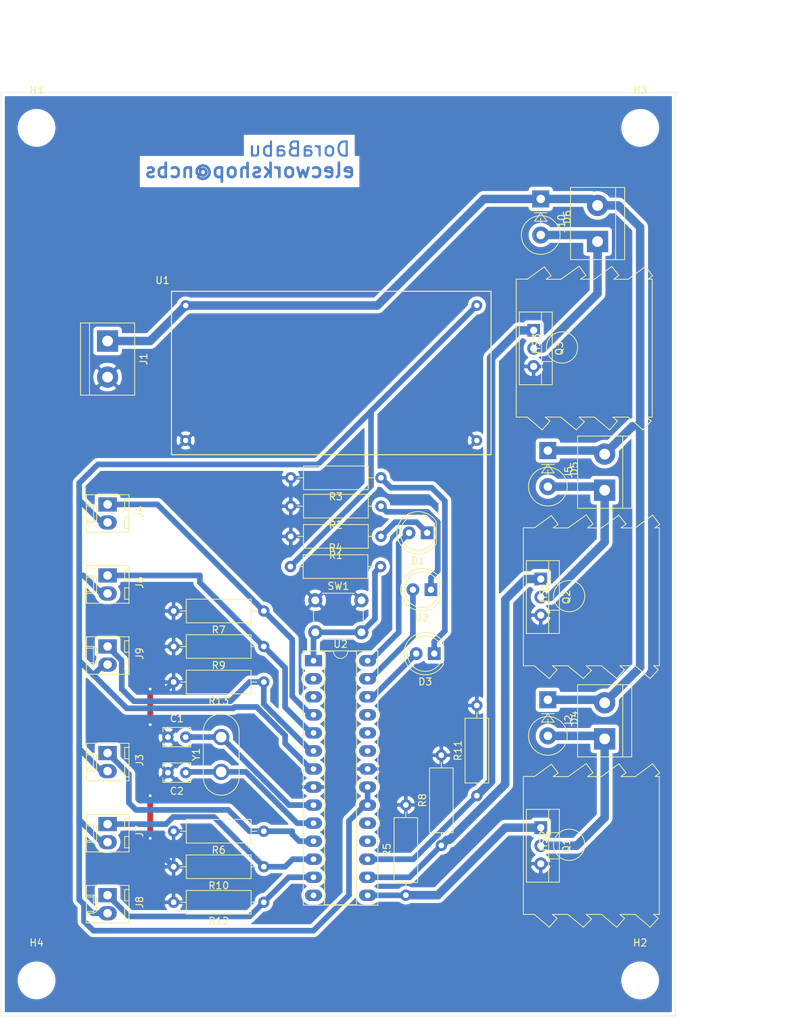
<source format=kicad_pcb>
(kicad_pcb (version 20171130) (host pcbnew "(5.1.2)-2")
  (title_block (title Dooriterlock) (date 2019-07-29) (company "NCBS, Bangalore") (comment 1 Upasana))
  (layers (0 F.Cu signal) (31 B.Cu signal) (34 B.Paste user) (35 F.Paste user) (36 B.SilkS user) (37 F.SilkS user) (38 B.Mask user) (39 F.Mask user) (44 Edge.Cuts user))
  (net 0 "")
  (net 1 GND)
  (net 2 CRYSTAL1)
  (net 3 CRYSTAL2)
  (net 4 OUTPUTLED1)
  (net 5 "Net-(D1-Pad1)")
  (net 6 OUTPUTLED2)
  (net 7 "Net-(D2-Pad1)")
  (net 8 "Net-(D3-Pad1)")
  (net 9 OUTPUTLED3)
  (net 10 12V)
  (net 11 5V)
  (net 12 DIGITALPIN5)
  (net 13 DIGITALPIN2)
  (net 14 DIGITALPIN3)
  (net 15 DIGITALPIN6)
  (net 16 DIGITALPIN7)
  (net 17 DIGITALPIN4)
  (net 18 DIGITALPIN9)
  (net 19 RESET)
  (net 20 DIGITALPIN10)
  (net 21 DIGITALPIN11)
  (net 22 "Net-(U2-Pad14)")
  (net 23 "Net-(U2-Pad25)")
  (net 24 "Net-(U2-Pad24)")
  (net 25 "Net-(U2-Pad23)")
  (net 26 "Net-(U2-Pad19)")
  (net 27 "Net-(U2-Pad18)")
  (net 28 "Net-(U2-Pad3)")
  (net 29 "Net-(U2-Pad2)")
  (net 30 "Net-(D4-Pad2)")
  (net 31 "Net-(D5-Pad2)")
  (net 32 "Net-(D6-Pad2)")
  (module Diodes_ThroughHole:D_DO-27_P5.08mm_Vertical_KathodeUp (layer F.Cu) (at 136 45 270)
    (fp_text reference D6 (at 2.54 -3.725 90) (layer F.SilkS))
    (fp_text value 1N5400)
    (pad 1 thru_hole rect (at 0 0 270) (size 2.4 2.4) (drill 1.2) (layers *.Cu *.Mask) (net 10 12V))
    (pad 2 thru_hole oval (at 5.08 0 270) (size 2.4 2.4) (drill 1.2) (layers *.Cu *.Mask) (net 32 "Net-(D6-Pad2)"))
  )
  (module Diodes_ThroughHole:D_DO-27_P5.08mm_Vertical_KathodeUp (layer F.Cu) (at 137 80.42 270)
    (fp_text reference D5 (at 2.54 -3.725 90) (layer F.SilkS))
    (fp_text value 1N5400)
    (pad 1 thru_hole rect (at 0 0 270) (size 2.4 2.4) (drill 1.2) (layers *.Cu *.Mask) (net 10 12V))
    (pad 2 thru_hole oval (at 5.08 0 270) (size 2.4 2.4) (drill 1.2) (layers *.Cu *.Mask) (net 31 "Net-(D5-Pad2)"))
  )
  (module Diodes_ThroughHole:D_DO-27_P5.08mm_Vertical_KathodeUp (layer F.Cu) (at 137 115.5 270)
    (fp_text reference D4 (at 2.54 -3.725 90) (layer F.SilkS))
    (fp_text value 1N5400)
    (pad 1 thru_hole rect (at 0 0 270) (size 2.4 2.4) (drill 1.2) (layers *.Cu *.Mask) (net 10 12V))
    (pad 2 thru_hole oval (at 5.08 0 270) (size 2.4 2.4) (drill 1.2) (layers *.Cu *.Mask) (net 30 "Net-(D4-Pad2)"))
  )
  (module Mounting_Holes:MountingHole_4.3mm_M4 (layer F.Cu) (at 65 35)
    (fp_text reference H1 (at 0 -5.3) (layer F.SilkS))
    (fp_text value MountingHole)
    (pad 1 np_thru_hole circle (at 0 0) (size 4.3 4.3) (drill 4.3) (layers *.Cu *.Mask))
  )
  (module LEDs:LED_D5.0mm (layer F.Cu) (at 120 92 180)
    (fp_text reference D1 (at 1.27 -3.96) (layer F.SilkS))
    (fp_text value LED)
    (pad 1 thru_hole rect (at 0 0 180) (size 1.8 1.8) (drill 0.9) (layers *.Cu *.Mask) (net 5 "Net-(D1-Pad1)"))
    (pad 2 thru_hole circle (at 2.54 0 180) (size 1.8 1.8) (drill 0.9) (layers *.Cu *.Mask) (net 4 OUTPUTLED1))
  )
  (module LEDs:LED_D5.0mm (layer F.Cu) (at 120.54 100 180)
    (fp_text reference D2 (at 1.27 -3.96) (layer F.SilkS))
    (fp_text value LED)
    (pad 1 thru_hole rect (at 0 0 180) (size 1.8 1.8) (drill 0.9) (layers *.Cu *.Mask) (net 7 "Net-(D2-Pad1)"))
    (pad 2 thru_hole circle (at 2.54 0 180) (size 1.8 1.8) (drill 0.9) (layers *.Cu *.Mask) (net 6 OUTPUTLED2))
  )
  (module LEDs:LED_D5.0mm (layer F.Cu) (at 121 109 180)
    (fp_text reference D3 (at 1.27 -3.96) (layer F.SilkS))
    (fp_text value LED)
    (pad 1 thru_hole rect (at 0 0 180) (size 1.8 1.8) (drill 0.9) (layers *.Cu *.Mask) (net 8 "Net-(D3-Pad1)"))
    (pad 2 thru_hole circle (at 2.54 0 180) (size 1.8 1.8) (drill 0.9) (layers *.Cu *.Mask) (net 9 OUTPUTLED3))
  )
  (module Terminal_Blocks:TerminalBlock_bornier-2_P5.08mm (layer F.Cu) (at 75 65 270)
    (fp_text reference J1 (at 2.54 -5.08 90) (layer F.SilkS))
    (fp_text value Conn_01x02_Male)
    (pad 1 thru_hole rect (at 0 0 270) (size 3 3) (drill 1.52) (layers *.Cu *.Mask) (net 10 12V))
    (pad 2 thru_hole circle (at 5.08 0 270) (size 3 3) (drill 1.52) (layers *.Cu *.Mask) (net 1 GND))
  )
  (module Terminal_Blocks:TerminalBlock_bornier-2_P5.08mm (layer F.Cu) (at 145 121 90)
    (fp_text reference J2 (at 2.54 -5.08 90) (layer F.SilkS))
    (fp_text value Conn_01x02_Male)
    (pad 1 thru_hole rect (at 0 0 90) (size 3 3) (drill 1.52) (layers *.Cu *.Mask) (net 30 "Net-(D4-Pad2)"))
    (pad 2 thru_hole circle (at 5.08 0 90) (size 3 3) (drill 1.52) (layers *.Cu *.Mask) (net 10 12V))
  )
  (module Connectors_Molex:Molex_KK-6410-02_02x2.54mm_Straight (layer F.Cu) (at 75 123 270)
    (fp_text reference J3 (at 1 -4.5 90) (layer F.SilkS))
    (fp_text value Conn_01x02_Male)
    (pad 1 thru_hole rect (at 0 0 270) (size 2 2.6) (drill 1.2) (layers *.Cu *.Mask) (net 12 DIGITALPIN5))
    (pad 2 thru_hole oval (at 2.54 0 270) (size 2 2.6) (drill 1.2) (layers *.Cu *.Mask) (net 11 5V))
  )
  (module Connectors_Molex:Molex_KK-6410-02_02x2.54mm_Straight (layer F.Cu) (at 75 88 270)
    (fp_text reference J4 (at 1 -4.5 90) (layer F.SilkS))
    (fp_text value Conn_01x02_Male)
    (pad 1 thru_hole rect (at 0 0 270) (size 2 2.6) (drill 1.2) (layers *.Cu *.Mask) (net 13 DIGITALPIN2))
    (pad 2 thru_hole oval (at 2.54 0 270) (size 2 2.6) (drill 1.2) (layers *.Cu *.Mask) (net 11 5V))
  )
  (module Terminal_Blocks:TerminalBlock_bornier-2_P5.08mm (layer F.Cu) (at 145 86 90)
    (fp_text reference J5 (at 2.54 -5.08 90) (layer F.SilkS))
    (fp_text value Conn_01x02_Male)
    (pad 1 thru_hole rect (at 0 0 90) (size 3 3) (drill 1.52) (layers *.Cu *.Mask) (net 31 "Net-(D5-Pad2)"))
    (pad 2 thru_hole circle (at 5.08 0 90) (size 3 3) (drill 1.52) (layers *.Cu *.Mask) (net 10 12V))
  )
  (module Connectors_Molex:Molex_KK-6410-02_02x2.54mm_Straight (layer F.Cu) (at 75 98 270)
    (fp_text reference J6 (at 1 -4.5 90) (layer F.SilkS))
    (fp_text value Conn_01x02_Male)
    (pad 1 thru_hole rect (at 0 0 270) (size 2 2.6) (drill 1.2) (layers *.Cu *.Mask) (net 14 DIGITALPIN3))
    (pad 2 thru_hole oval (at 2.54 0 270) (size 2 2.6) (drill 1.2) (layers *.Cu *.Mask) (net 11 5V))
  )
  (module Connectors_Molex:Molex_KK-6410-02_02x2.54mm_Straight (layer F.Cu) (at 75 133 270)
    (fp_text reference J7 (at 1 -4.5 90) (layer F.SilkS))
    (fp_text value Conn_01x02_Male)
    (pad 1 thru_hole rect (at 0 0 270) (size 2 2.6) (drill 1.2) (layers *.Cu *.Mask) (net 15 DIGITALPIN6))
    (pad 2 thru_hole oval (at 2.54 0 270) (size 2 2.6) (drill 1.2) (layers *.Cu *.Mask) (net 11 5V))
  )
  (module Connectors_Molex:Molex_KK-6410-02_02x2.54mm_Straight (layer F.Cu) (at 75 143 270)
    (fp_text reference J8 (at 1 -4.5 90) (layer F.SilkS))
    (fp_text value Conn_01x02_Male)
    (pad 1 thru_hole rect (at 0 0 270) (size 2 2.6) (drill 1.2) (layers *.Cu *.Mask) (net 16 DIGITALPIN7))
    (pad 2 thru_hole oval (at 2.54 0 270) (size 2 2.6) (drill 1.2) (layers *.Cu *.Mask) (net 11 5V))
  )
  (module Connectors_Molex:Molex_KK-6410-02_02x2.54mm_Straight (layer F.Cu) (at 75 108 270)
    (fp_text reference J9 (at 1 -4.5 90) (layer F.SilkS))
    (fp_text value Conn_01x02_Male)
    (pad 1 thru_hole rect (at 0 0 270) (size 2 2.6) (drill 1.2) (layers *.Cu *.Mask) (net 17 DIGITALPIN4))
    (pad 2 thru_hole oval (at 2.54 0 270) (size 2 2.6) (drill 1.2) (layers *.Cu *.Mask) (net 11 5V))
  )
  (module TO_SOT_Packages_THT:TO-220-3_Vertical (layer F.Cu) (at 136 133.5 270)
    (fp_text reference Q1 (at 2.54 -3.62 90) (layer F.SilkS))
    (fp_text value IRF540N)
    (pad 1 thru_hole rect (at 0 0 270) (size 1.8 1.8) (drill 1) (layers *.Cu *.Mask) (net 18 DIGITALPIN9))
    (pad 2 thru_hole oval (at 2.54 0 270) (size 1.8 1.8) (drill 1) (layers *.Cu *.Mask) (net 30 "Net-(D4-Pad2)"))
    (pad 3 thru_hole oval (at 5.08 0 270) (size 1.8 1.8) (drill 1) (layers *.Cu *.Mask) (net 1 GND))
  )
  (module Resistors_ThroughHole:R_Axial_DIN0309_L9.0mm_D3.2mm_P12.70mm_Horizontal (layer F.Cu) (at 113.5 92.5 180)
    (fp_text reference R1 (at 6.35 -2.66) (layer F.SilkS))
    (fp_text value 1K)
    (pad 1 thru_hole circle (at 0 0 180) (size 1.6 1.6) (drill 0.8) (layers *.Cu *.Mask) (net 5 "Net-(D1-Pad1)"))
    (pad 2 thru_hole oval (at 12.7 0 180) (size 1.6 1.6) (drill 0.8) (layers *.Cu *.Mask) (net 1 GND))
  )
  (module Resistors_ThroughHole:R_Axial_DIN0309_L9.0mm_D3.2mm_P12.70mm_Horizontal (layer F.Cu) (at 113.5 88.25 180)
    (fp_text reference R2 (at 6.35 -2.66) (layer F.SilkS))
    (fp_text value 1K)
    (pad 1 thru_hole circle (at 0 0 180) (size 1.6 1.6) (drill 0.8) (layers *.Cu *.Mask) (net 7 "Net-(D2-Pad1)"))
    (pad 2 thru_hole oval (at 12.7 0 180) (size 1.6 1.6) (drill 0.8) (layers *.Cu *.Mask) (net 1 GND))
  )
  (module Resistors_ThroughHole:R_Axial_DIN0309_L9.0mm_D3.2mm_P12.70mm_Horizontal (layer F.Cu) (at 113.5 84.25 180)
    (fp_text reference R3 (at 6.35 -2.66) (layer F.SilkS))
    (fp_text value 1K)
    (pad 1 thru_hole circle (at 0 0 180) (size 1.6 1.6) (drill 0.8) (layers *.Cu *.Mask) (net 8 "Net-(D3-Pad1)"))
    (pad 2 thru_hole oval (at 12.7 0 180) (size 1.6 1.6) (drill 0.8) (layers *.Cu *.Mask) (net 1 GND))
  )
  (module Resistors_ThroughHole:R_Axial_DIN0309_L9.0mm_D3.2mm_P12.70mm_Horizontal (layer F.Cu) (at 100.75 96.75)
    (fp_text reference R4 (at 6.35 -2.66) (layer F.SilkS))
    (fp_text value R)
    (pad 1 thru_hole circle (at 0 0) (size 1.6 1.6) (drill 0.8) (layers *.Cu *.Mask) (net 11 5V))
    (pad 2 thru_hole oval (at 12.7 0) (size 1.6 1.6) (drill 0.8) (layers *.Cu *.Mask) (net 19 RESET))
  )
  (module Resistors_ThroughHole:R_Axial_DIN0309_L9.0mm_D3.2mm_P12.70mm_Horizontal (layer F.Cu) (at 117 143 90)
    (fp_text reference R5 (at 6.35 -2.66 90) (layer F.SilkS))
    (fp_text value 10K)
    (pad 1 thru_hole circle (at 0 0 90) (size 1.6 1.6) (drill 0.8) (layers *.Cu *.Mask) (net 18 DIGITALPIN9))
    (pad 2 thru_hole oval (at 12.7 0 90) (size 1.6 1.6) (drill 0.8) (layers *.Cu *.Mask) (net 1 GND))
  )
  (module Resistors_ThroughHole:R_Axial_DIN0309_L9.0mm_D3.2mm_P12.70mm_Horizontal (layer F.Cu) (at 97 134 180)
    (fp_text reference R6 (at 6.35 -2.66) (layer F.SilkS))
    (fp_text value 10K)
    (pad 1 thru_hole circle (at 0 0 180) (size 1.6 1.6) (drill 0.8) (layers *.Cu *.Mask) (net 12 DIGITALPIN5))
    (pad 2 thru_hole oval (at 12.7 0 180) (size 1.6 1.6) (drill 0.8) (layers *.Cu *.Mask) (net 1 GND))
  )
  (module Resistors_ThroughHole:R_Axial_DIN0309_L9.0mm_D3.2mm_P12.70mm_Horizontal (layer F.Cu) (at 97 103 180)
    (fp_text reference R7 (at 6.35 -2.66) (layer F.SilkS))
    (fp_text value 10K)
    (pad 1 thru_hole circle (at 0 0 180) (size 1.6 1.6) (drill 0.8) (layers *.Cu *.Mask) (net 13 DIGITALPIN2))
    (pad 2 thru_hole oval (at 12.7 0 180) (size 1.6 1.6) (drill 0.8) (layers *.Cu *.Mask) (net 1 GND))
  )
  (module Resistors_ThroughHole:R_Axial_DIN0309_L9.0mm_D3.2mm_P12.70mm_Horizontal (layer F.Cu) (at 122 136 90)
    (fp_text reference R8 (at 6.35 -2.66 90) (layer F.SilkS))
    (fp_text value 10K)
    (pad 1 thru_hole circle (at 0 0 90) (size 1.6 1.6) (drill 0.8) (layers *.Cu *.Mask) (net 20 DIGITALPIN10))
    (pad 2 thru_hole oval (at 12.7 0 90) (size 1.6 1.6) (drill 0.8) (layers *.Cu *.Mask) (net 1 GND))
  )
  (module Resistors_ThroughHole:R_Axial_DIN0309_L9.0mm_D3.2mm_P12.70mm_Horizontal (layer F.Cu) (at 97 108 180)
    (fp_text reference R9 (at 6.35 -2.66) (layer F.SilkS))
    (fp_text value 10K)
    (pad 1 thru_hole circle (at 0 0 180) (size 1.6 1.6) (drill 0.8) (layers *.Cu *.Mask) (net 14 DIGITALPIN3))
    (pad 2 thru_hole oval (at 12.7 0 180) (size 1.6 1.6) (drill 0.8) (layers *.Cu *.Mask) (net 1 GND))
  )
  (module Resistors_ThroughHole:R_Axial_DIN0309_L9.0mm_D3.2mm_P12.70mm_Horizontal (layer F.Cu) (at 97 139 180)
    (fp_text reference R10 (at 6.35 -2.66) (layer F.SilkS))
    (fp_text value 10K)
    (pad 1 thru_hole circle (at 0 0 180) (size 1.6 1.6) (drill 0.8) (layers *.Cu *.Mask) (net 15 DIGITALPIN6))
    (pad 2 thru_hole oval (at 12.7 0 180) (size 1.6 1.6) (drill 0.8) (layers *.Cu *.Mask) (net 1 GND))
  )
  (module Resistors_ThroughHole:R_Axial_DIN0309_L9.0mm_D3.2mm_P12.70mm_Horizontal (layer F.Cu) (at 127 129 90)
    (fp_text reference R11 (at 6.35 -2.66 90) (layer F.SilkS))
    (fp_text value 10K)
    (pad 1 thru_hole circle (at 0 0 90) (size 1.6 1.6) (drill 0.8) (layers *.Cu *.Mask) (net 21 DIGITALPIN11))
    (pad 2 thru_hole oval (at 12.7 0 90) (size 1.6 1.6) (drill 0.8) (layers *.Cu *.Mask) (net 1 GND))
  )
  (module Resistors_ThroughHole:R_Axial_DIN0309_L9.0mm_D3.2mm_P12.70mm_Horizontal (layer F.Cu) (at 97 144 180)
    (fp_text reference R12 (at 6.35 -2.66) (layer F.SilkS))
    (fp_text value 10K)
    (pad 1 thru_hole circle (at 0 0 180) (size 1.6 1.6) (drill 0.8) (layers *.Cu *.Mask) (net 16 DIGITALPIN7))
    (pad 2 thru_hole oval (at 12.7 0 180) (size 1.6 1.6) (drill 0.8) (layers *.Cu *.Mask) (net 1 GND))
  )
  (module Resistors_ThroughHole:R_Axial_DIN0309_L9.0mm_D3.2mm_P12.70mm_Horizontal (layer F.Cu) (at 97 113 180)
    (fp_text reference R13 (at 6.35 -2.66) (layer F.SilkS))
    (fp_text value 10K)
    (pad 1 thru_hole circle (at 0 0 180) (size 1.6 1.6) (drill 0.8) (layers *.Cu *.Mask) (net 17 DIGITALPIN4))
    (pad 2 thru_hole oval (at 12.7 0 180) (size 1.6 1.6) (drill 0.8) (layers *.Cu *.Mask) (net 1 GND))
  )
  (module Buttons_Switches_ThroughHole:SW_PUSH_6mm_h4.3mm (layer F.Cu) (at 104.25 101.5)
    (fp_text reference SW1 (at 3.25 -2) (layer F.SilkS))
    (fp_text value SW_Push)
    (pad 2 thru_hole circle (at 0 4.5 90) (size 2 2) (drill 1.1) (layers *.Cu *.Mask) (net 19 RESET))
    (pad 1 thru_hole circle (at 0 0 90) (size 2 2) (drill 1.1) (layers *.Cu *.Mask) (net 1 GND))
    (pad 2 thru_hole circle (at 6.5 4.5 90) (size 2 2) (drill 1.1) (layers *.Cu *.Mask) (net 19 RESET))
    (pad 1 thru_hole circle (at 6.5 0 90) (size 2 2) (drill 1.1) (layers *.Cu *.Mask) (net 1 GND))
  )
  (module Crystals:Crystal_HC50_Vertical (layer F.Cu) (at 91 125.65 90)
    (fp_text reference Y1 (at 2.45 -3.525 90) (layer F.SilkS))
    (fp_text value 16Mhz)
    (pad 1 thru_hole circle (at 0 0 90) (size 2.3 2.3) (drill 1.5) (layers *.Cu *.Mask) (net 3 CRYSTAL2))
    (pad 2 thru_hole circle (at 4.9 0 90) (size 2.3 2.3) (drill 1.5) (layers *.Cu *.Mask) (net 2 CRYSTAL1))
  )
  (module TO_SOT_Packages_THT:TO-220-3_Vertical (layer F.Cu) (at 136 98.5 270)
    (fp_text reference Q2 (at 2.54 -3.62 90) (layer F.SilkS))
    (fp_text value IRF540N)
    (pad 1 thru_hole rect (at 0 0 270) (size 1.8 1.8) (drill 1) (layers *.Cu *.Mask) (net 20 DIGITALPIN10))
    (pad 2 thru_hole oval (at 2.54 0 270) (size 1.8 1.8) (drill 1) (layers *.Cu *.Mask) (net 31 "Net-(D5-Pad2)"))
    (pad 3 thru_hole oval (at 5.08 0 270) (size 1.8 1.8) (drill 1) (layers *.Cu *.Mask) (net 1 GND))
  )
  (module TO_SOT_Packages_THT:TO-220-3_Vertical (layer F.Cu) (at 135 63.5 270)
    (fp_text reference Q3 (at 2.54 -3.62 90) (layer F.SilkS))
    (fp_text value IRF540N)
    (pad 1 thru_hole rect (at 0 0 270) (size 1.8 1.8) (drill 1) (layers *.Cu *.Mask) (net 21 DIGITALPIN11))
    (pad 2 thru_hole oval (at 2.54 0 270) (size 1.8 1.8) (drill 1) (layers *.Cu *.Mask) (net 32 "Net-(D6-Pad2)"))
    (pad 3 thru_hole oval (at 5.08 0 270) (size 1.8 1.8) (drill 1) (layers *.Cu *.Mask) (net 1 GND))
  )
  (module Housings_DIP:DIP-28_W7.62mm_Socket_LongPads (layer F.Cu) (at 104 110)
    (fp_text reference U2 (at 3.81 -2.33) (layer F.SilkS))
    (fp_text value ATmega328P-PU)
    (pad 1 thru_hole rect (at 0 0) (size 2.4 1.6) (drill 0.8) (layers *.Cu *.Mask) (net 19 RESET))
    (pad 15 thru_hole oval (at 7.62 33.02) (size 2.4 1.6) (drill 0.8) (layers *.Cu *.Mask) (net 18 DIGITALPIN9))
    (pad 2 thru_hole oval (at 0 2.54) (size 2.4 1.6) (drill 0.8) (layers *.Cu *.Mask) (net 29 "Net-(U2-Pad2)"))
    (pad 16 thru_hole oval (at 7.62 30.48) (size 2.4 1.6) (drill 0.8) (layers *.Cu *.Mask) (net 20 DIGITALPIN10))
    (pad 3 thru_hole oval (at 0 5.08) (size 2.4 1.6) (drill 0.8) (layers *.Cu *.Mask) (net 28 "Net-(U2-Pad3)"))
    (pad 17 thru_hole oval (at 7.62 27.94) (size 2.4 1.6) (drill 0.8) (layers *.Cu *.Mask) (net 21 DIGITALPIN11))
    (pad 4 thru_hole oval (at 0 7.62) (size 2.4 1.6) (drill 0.8) (layers *.Cu *.Mask) (net 13 DIGITALPIN2))
    (pad 18 thru_hole oval (at 7.62 25.4) (size 2.4 1.6) (drill 0.8) (layers *.Cu *.Mask) (net 27 "Net-(U2-Pad18)"))
    (pad 5 thru_hole oval (at 0 10.16) (size 2.4 1.6) (drill 0.8) (layers *.Cu *.Mask) (net 14 DIGITALPIN3))
    (pad 19 thru_hole oval (at 7.62 22.86) (size 2.4 1.6) (drill 0.8) (layers *.Cu *.Mask) (net 26 "Net-(U2-Pad19)"))
    (pad 6 thru_hole oval (at 0 12.7) (size 2.4 1.6) (drill 0.8) (layers *.Cu *.Mask) (net 17 DIGITALPIN4))
    (pad 20 thru_hole oval (at 7.62 20.32) (size 2.4 1.6) (drill 0.8) (layers *.Cu *.Mask) (net 11 5V))
    (pad 7 thru_hole oval (at 0 15.24) (size 2.4 1.6) (drill 0.8) (layers *.Cu *.Mask) (net 11 5V))
    (pad 21 thru_hole oval (at 7.62 17.78) (size 2.4 1.6) (drill 0.8) (layers *.Cu *.Mask) (net 11 5V))
    (pad 8 thru_hole oval (at 0 17.78) (size 2.4 1.6) (drill 0.8) (layers *.Cu *.Mask) (net 1 GND))
    (pad 22 thru_hole oval (at 7.62 15.24) (size 2.4 1.6) (drill 0.8) (layers *.Cu *.Mask) (net 1 GND))
    (pad 9 thru_hole oval (at 0 20.32) (size 2.4 1.6) (drill 0.8) (layers *.Cu *.Mask) (net 2 CRYSTAL1))
    (pad 23 thru_hole oval (at 7.62 12.7) (size 2.4 1.6) (drill 0.8) (layers *.Cu *.Mask) (net 25 "Net-(U2-Pad23)"))
    (pad 10 thru_hole oval (at 0 22.86) (size 2.4 1.6) (drill 0.8) (layers *.Cu *.Mask) (net 3 CRYSTAL2))
    (pad 24 thru_hole oval (at 7.62 10.16) (size 2.4 1.6) (drill 0.8) (layers *.Cu *.Mask) (net 24 "Net-(U2-Pad24)"))
    (pad 11 thru_hole oval (at 0 25.4) (size 2.4 1.6) (drill 0.8) (layers *.Cu *.Mask) (net 12 DIGITALPIN5))
    (pad 25 thru_hole oval (at 7.62 7.62) (size 2.4 1.6) (drill 0.8) (layers *.Cu *.Mask) (net 23 "Net-(U2-Pad25)"))
    (pad 12 thru_hole oval (at 0 27.94) (size 2.4 1.6) (drill 0.8) (layers *.Cu *.Mask) (net 15 DIGITALPIN6))
    (pad 26 thru_hole oval (at 7.62 5.08) (size 2.4 1.6) (drill 0.8) (layers *.Cu *.Mask) (net 9 OUTPUTLED3))
    (pad 13 thru_hole oval (at 0 30.48) (size 2.4 1.6) (drill 0.8) (layers *.Cu *.Mask) (net 16 DIGITALPIN7))
    (pad 27 thru_hole oval (at 7.62 2.54) (size 2.4 1.6) (drill 0.8) (layers *.Cu *.Mask) (net 6 OUTPUTLED2))
    (pad 14 thru_hole oval (at 0 33.02) (size 2.4 1.6) (drill 0.8) (layers *.Cu *.Mask) (net 22 "Net-(U2-Pad14)"))
    (pad 28 thru_hole oval (at 7.62 0) (size 2.4 1.6) (drill 0.8) (layers *.Cu *.Mask) (net 4 OUTPUTLED1))
  )
  (module Capacitors_ThroughHole:C_Disc_D3.8mm_W2.6mm_P2.50mm (layer F.Cu) (at 83.5 120.75)
    (fp_text reference C1 (at 1.25 -2.61) (layer F.SilkS))
    (fp_text value 22pf)
    (pad 1 thru_hole circle (at 0 0) (size 1.6 1.6) (drill 0.8) (layers *.Cu *.Mask) (net 1 GND))
    (pad 2 thru_hole circle (at 2.5 0) (size 1.6 1.6) (drill 0.8) (layers *.Cu *.Mask) (net 2 CRYSTAL1))
  )
  (module Capacitors_ThroughHole:C_Disc_D3.8mm_W2.6mm_P2.50mm (layer F.Cu) (at 86 125.75 180)
    (fp_text reference C2 (at 1.25 -2.61) (layer F.SilkS))
    (fp_text value 22pf)
    (pad 1 thru_hole circle (at 0 0 180) (size 1.6 1.6) (drill 0.8) (layers *.Cu *.Mask) (net 3 CRYSTAL2))
    (pad 2 thru_hole circle (at 2.5 0 180) (size 1.6 1.6) (drill 0.8) (layers *.Cu *.Mask) (net 1 GND))
  )
  (module Heatsinks:Heatsink_Aavid-TV5G_TO220_Horizontal (layer F.Cu) (at 140 101 90)
    (fp_text reference HS1 (at 0.615 -3.6 90) (layer F.SilkS))
    (fp_text value Heatsink)
  )
  (module Heatsinks:Heatsink_Aavid-TV5G_TO220_Horizontal (layer F.Cu) (at 140 136 90)
    (fp_text reference HS2 (at 0.615 -3.6 90) (layer F.SilkS))
    (fp_text value Heatsink)
  )
  (module Heatsinks:Heatsink_Aavid-TV5G_TO220_Horizontal (layer F.Cu) (at 139 66 90)
    (fp_text reference HS3 (at 0.615 -3.6 90) (layer F.SilkS))
    (fp_text value Heatsink)
  )
  (module Terminal_Blocks:TerminalBlock_bornier-2_P5.08mm (layer F.Cu) (at 144 51 90)
    (fp_text reference J10 (at 2.54 -5.08 90) (layer F.SilkS))
    (fp_text value Conn_01x02_Male)
    (pad 1 thru_hole rect (at 0 0 90) (size 3 3) (drill 1.52) (layers *.Cu *.Mask) (net 32 "Net-(D6-Pad2)"))
    (pad 2 thru_hole circle (at 5.08 0 90) (size 3 3) (drill 1.52) (layers *.Cu *.Mask) (net 10 12V))
  )
  (module DCtoDCconverter:DCtoDCconverter (layer F.Cu) (at 84 59)
    (fp_text reference U1 (at -1.27 -2.54) (layer F.SilkS))
    (fp_text value dctodc)
    (pad 4 thru_hole circle (at 43 1) (size 1.524 1.524) (drill 0.762) (layers *.Cu *.Mask) (net 11 5V))
    (pad 3 thru_hole circle (at 43 20) (size 1.524 1.524) (drill 0.762) (layers *.Cu *.Mask) (net 1 GND))
    (pad 2 thru_hole circle (at 2 20) (size 1.524 1.524) (drill 0.762) (layers *.Cu *.Mask) (net 1 GND))
    (pad 1 thru_hole circle (at 2 1) (size 1.524 1.524) (drill 0.762) (layers *.Cu *.Mask) (net 10 12V))
  )
  (module Mounting_Holes:MountingHole_4.3mm_M4 (layer F.Cu) (at 150 155)
    (fp_text reference H2 (at 0 -5.3) (layer F.SilkS))
    (fp_text value MountingHole)
    (pad 1 np_thru_hole circle (at 0 0) (size 4.3 4.3) (drill 4.3) (layers *.Cu *.Mask))
  )
  (module Mounting_Holes:MountingHole_4.3mm_M4 (layer F.Cu) (at 150 35)
    (fp_text reference H3 (at 0 -5.3) (layer F.SilkS))
    (fp_text value MountingHole)
    (pad 1 np_thru_hole circle (at 0 0) (size 4.3 4.3) (drill 4.3) (layers *.Cu *.Mask))
  )
  (module Mounting_Holes:MountingHole_4.3mm_M4 (layer F.Cu) (at 65 155)
    (fp_text reference H4 (at 0 -5.3) (layer F.SilkS))
    (fp_text value MountingHole)
    (pad 1 np_thru_hole circle (at 0 0) (size 4.3 4.3) (drill 4.3) (layers *.Cu *.Mask))
  )
  (gr_text DoraBabu (at 102 38) (layer B.Cu) (effects (font (size 2 2) (thickness 0.3)) (justify mirror)))
  (gr_text elecworkshop@ncbs (at 95 41) (layer B.Cu) (effects (font (size 2 2) (thickness 0.375)) (justify mirror)))
  (gr_line (start 60 160) (end 60 30) (layer Edge.Cuts) (width 0.05))
  (gr_line (start 155 160) (end 60 160) (layer Edge.Cuts) (width 0.05))
  (gr_line (start 155 30) (end 155 160) (layer Edge.Cuts) (width 0.05))
  (gr_line (start 60 30) (end 155 30) (layer Edge.Cuts) (width 0.05))
  (segment (start 82.700001 119.950001) (end 81.950001 119.950001) (width 0.8) (layer B.Cu) (net 1))
  (segment (start 83.5 120.75) (end 82.700001 119.950001) (width 0.8) (layer B.Cu) (net 1))
  (segment (start 81.950001 119.950001) (end 81 119) (width 0.8) (layer B.Cu) (net 1))
  (via (at 81 119) (size 0.8) (drill 0.4) (layers F.Cu B.Cu) (net 1))
  (segment (start 81 119) (end 81 114) (width 0.8) (layer F.Cu) (net 1))
  (via (at 81 114) (size 0.8) (drill 0.4) (layers F.Cu B.Cu) (net 1))
  (segment (start 83.3 114) (end 84.3 113) (width 0.8) (layer B.Cu) (net 1))
  (segment (start 81 114) (end 83.3 114) (width 0.8) (layer B.Cu) (net 1))
  (segment (start 84.3 139) (end 81 135.7) (width 0.8) (layer B.Cu) (net 1))
  (segment (start 81 135.7) (end 81 135) (width 0.8) (layer B.Cu) (net 1))
  (via (at 81 135) (size 0.8) (drill 0.4) (layers F.Cu B.Cu) (net 1))
  (segment (start 81 135) (end 81 129) (width 0.8) (layer F.Cu) (net 1))
  (via (at 81 129) (size 0.8) (drill 0.4) (layers F.Cu B.Cu) (net 1))
  (segment (start 81 128.25) (end 83.5 125.75) (width 0.8) (layer B.Cu) (net 1))
  (segment (start 81 129) (end 81 128.25) (width 0.8) (layer B.Cu) (net 1))
  (segment (start 100.57 130.32) (end 104 130.32) (width 0.8) (layer B.Cu) (net 2))
  (segment (start 91 120.75) (end 100.57 130.32) (width 0.8) (layer B.Cu) (net 2))
  (segment (start 86 120.75) (end 91 120.75) (width 0.8) (layer B.Cu) (net 2))
  (segment (start 101.695774 132.86) (end 104 132.86) (width 0.8) (layer B.Cu) (net 3))
  (segment (start 91 125.65) (end 94.485774 125.65) (width 0.8) (layer B.Cu) (net 3))
  (segment (start 94.485774 125.65) (end 101.695774 132.86) (width 0.8) (layer B.Cu) (net 3))
  (segment (start 86.1 125.65) (end 86 125.75) (width 0.8) (layer B.Cu) (net 3))
  (segment (start 91 125.65) (end 86.1 125.65) (width 0.8) (layer B.Cu) (net 3))
  (segment (start 112.02 110) (end 111.62 110) (width 0.8) (layer B.Cu) (net 4))
  (segment (start 116 106.02) (end 112.02 110) (width 0.8) (layer B.Cu) (net 4))
  (segment (start 116 93.46) (end 116 106.02) (width 0.8) (layer B.Cu) (net 4))
  (segment (start 117.46 92) (end 116 93.46) (width 0.8) (layer B.Cu) (net 4))
  (segment (start 118.499999 90.499999) (end 120 92) (width 0.8) (layer B.Cu) (net 5))
  (segment (start 115.500001 90.499999) (end 118.499999 90.499999) (width 0.8) (layer B.Cu) (net 5))
  (segment (start 113.5 92.5) (end 115.500001 90.499999) (width 0.8) (layer B.Cu) (net 5))
  (segment (start 112.02 112.54) (end 111.62 112.54) (width 0.8) (layer B.Cu) (net 6))
  (segment (start 118 106.56) (end 112.02 112.54) (width 0.8) (layer B.Cu) (net 6))
  (segment (start 118 100) (end 118 106.56) (width 0.8) (layer B.Cu) (net 6))
  (segment (start 114.299999 89.049999) (end 120.049999 89.049999) (width 0.8) (layer B.Cu) (net 7))
  (segment (start 113.5 88.25) (end 114.299999 89.049999) (width 0.8) (layer B.Cu) (net 7))
  (segment (start 120.54 98.3) (end 120.54 100) (width 0.8) (layer B.Cu) (net 7))
  (segment (start 121.500001 97.339999) (end 120.54 98.3) (width 0.8) (layer B.Cu) (net 7))
  (segment (start 121.500001 90.500001) (end 121.500001 97.339999) (width 0.8) (layer B.Cu) (net 7))
  (segment (start 120.049999 89.049999) (end 121.500001 90.500001) (width 0.8) (layer B.Cu) (net 7))
  (segment (start 121 107.3) (end 121 109) (width 0.8) (layer B.Cu) (net 8))
  (segment (start 122.500011 105.799989) (end 121 107.3) (width 0.8) (layer B.Cu) (net 8))
  (segment (start 122.500011 87.500011) (end 122.500011 105.799989) (width 0.8) (layer B.Cu) (net 8))
  (segment (start 120.650001 85.650001) (end 122.500011 87.500011) (width 0.8) (layer B.Cu) (net 8))
  (segment (start 114.900001 85.650001) (end 120.650001 85.650001) (width 0.8) (layer B.Cu) (net 8))
  (segment (start 113.5 84.25) (end 114.900001 85.650001) (width 0.8) (layer B.Cu) (net 8))
  (segment (start 112.38 115.08) (end 111.62 115.08) (width 0.8) (layer B.Cu) (net 9))
  (segment (start 118.46 109) (end 112.38 115.08) (width 0.8) (layer B.Cu) (net 9))
  (segment (start 81 65) (end 86 60) (width 1.2) (layer B.Cu) (net 10))
  (segment (start 75 65) (end 81 65) (width 1.2) (layer B.Cu) (net 10))
  (segment (start 150 49) (end 150 77) (width 1.2) (layer B.Cu) (net 10))
  (segment (start 144 45.92) (end 146.92 45.92) (width 1.2) (layer B.Cu) (net 10))
  (segment (start 146.92 45.92) (end 150 49) (width 1.2) (layer B.Cu) (net 10))
  (segment (start 148.92 77) (end 145 80.92) (width 1.2) (layer B.Cu) (net 10))
  (segment (start 150 77) (end 148.92 77) (width 1.2) (layer B.Cu) (net 10))
  (segment (start 150 110.92) (end 145 115.92) (width 1.2) (layer B.Cu) (net 10))
  (segment (start 150 77) (end 150 110.92) (width 1.2) (layer B.Cu) (net 10))
  (segment (start 128 45) (end 136 45) (width 1.2) (layer B.Cu) (net 10))
  (segment (start 86 60) (end 113 60) (width 1.2) (layer B.Cu) (net 10))
  (segment (start 113 60) (end 128 45) (width 1.2) (layer B.Cu) (net 10))
  (segment (start 143.08 45) (end 144 45.92) (width 1.2) (layer B.Cu) (net 10))
  (segment (start 136 45) (end 143.08 45) (width 1.2) (layer B.Cu) (net 10))
  (segment (start 144.5 80.42) (end 145 80.92) (width 1.2) (layer B.Cu) (net 10))
  (segment (start 137 80.42) (end 144.5 80.42) (width 1.2) (layer B.Cu) (net 10))
  (segment (start 144.58 115.5) (end 145 115.92) (width 1.2) (layer B.Cu) (net 10))
  (segment (start 137 115.5) (end 144.58 115.5) (width 1.2) (layer B.Cu) (net 10))
  (segment (start 137.272792 136.04) (end 136 136.04) (width 1.2) (layer B.Cu) (net 30))
  (segment (start 141.056002 136.04) (end 137.272792 136.04) (width 1.2) (layer B.Cu) (net 30))
  (segment (start 145 132.096002) (end 141.056002 136.04) (width 1.2) (layer B.Cu) (net 30))
  (segment (start 145 121) (end 145 132.096002) (width 1.2) (layer B.Cu) (net 30))
  (segment (start 101.549999 95.950001) (end 100.75 96.75) (width 0.8) (layer B.Cu) (net 11))
  (segment (start 112.099999 85.400001) (end 101.549999 95.950001) (width 0.8) (layer B.Cu) (net 11))
  (segment (start 112.099999 74.900001) (end 112.099999 85.400001) (width 0.8) (layer B.Cu) (net 11))
  (segment (start 104.62501 82.37499) (end 73.62501 82.37499) (width 0.8) (layer B.Cu) (net 11))
  (segment (start 114.5 72.5) (end 104.62501 82.37499) (width 0.8) (layer B.Cu) (net 11))
  (segment (start 114.5 72.5) (end 112.099999 74.900001) (width 0.8) (layer B.Cu) (net 11))
  (segment (start 127 60) (end 114.5 72.5) (width 0.8) (layer B.Cu) (net 11))
  (segment (start 73.62501 82.37499) (end 71 85) (width 0.8) (layer B.Cu) (net 11))
  (segment (start 72.9 145.54) (end 75 145.54) (width 0.8) (layer B.Cu) (net 11))
  (segment (start 71 132.380002) (end 71 132) (width 0.8) (layer B.Cu) (net 11))
  (segment (start 74.159998 135.54) (end 71 132.380002) (width 0.8) (layer B.Cu) (net 11))
  (segment (start 75 135.54) (end 74.159998 135.54) (width 0.8) (layer B.Cu) (net 11))
  (segment (start 71 132) (end 71 143.64) (width 0.8) (layer B.Cu) (net 11))
  (segment (start 71 122.380002) (end 71 122) (width 0.8) (layer B.Cu) (net 11))
  (segment (start 74.159998 125.54) (end 71 122.380002) (width 0.8) (layer B.Cu) (net 11))
  (segment (start 75 125.54) (end 74.159998 125.54) (width 0.8) (layer B.Cu) (net 11))
  (segment (start 71 122) (end 71 132) (width 0.8) (layer B.Cu) (net 11))
  (segment (start 71.619998 98) (end 71 98) (width 0.8) (layer B.Cu) (net 11))
  (segment (start 74.159998 100.54) (end 71.619998 98) (width 0.8) (layer B.Cu) (net 11))
  (segment (start 75 100.54) (end 74.159998 100.54) (width 0.8) (layer B.Cu) (net 11))
  (segment (start 71 98) (end 71 108) (width 0.8) (layer B.Cu) (net 11))
  (segment (start 71 87.380002) (end 71 87) (width 0.8) (layer B.Cu) (net 11))
  (segment (start 74.159998 90.54) (end 71 87.380002) (width 0.8) (layer B.Cu) (net 11))
  (segment (start 75 90.54) (end 74.159998 90.54) (width 0.8) (layer B.Cu) (net 11))
  (segment (start 71 85) (end 71 87) (width 0.8) (layer B.Cu) (net 11))
  (segment (start 71 87) (end 71 98) (width 0.8) (layer B.Cu) (net 11))
  (segment (start 111.62 127.78) (end 111.62 130.32) (width 0.8) (layer B.Cu) (net 11))
  (segment (start 71 113) (end 71 122) (width 0.8) (layer B.Cu) (net 11))
  (segment (start 111.22 130.32) (end 109 132.54) (width 0.8) (layer B.Cu) (net 11))
  (segment (start 111.62 130.32) (end 111.22 130.32) (width 0.8) (layer B.Cu) (net 11))
  (segment (start 109 132.54) (end 109 143) (width 0.8) (layer B.Cu) (net 11))
  (segment (start 109 143) (end 104 148) (width 0.8) (layer B.Cu) (net 11))
  (segment (start 104 148) (end 73 148) (width 0.8) (layer B.Cu) (net 11))
  (segment (start 71.68 146.68) (end 71.68 144.32) (width 0.8) (layer B.Cu) (net 11))
  (segment (start 73 148) (end 71.68 146.68) (width 0.8) (layer B.Cu) (net 11))
  (segment (start 71 143.64) (end 71.68 144.32) (width 0.8) (layer B.Cu) (net 11))
  (segment (start 71.68 144.32) (end 72.9 145.54) (width 0.8) (layer B.Cu) (net 11))
  (segment (start 103.6 125.24) (end 100 121.64) (width 0.8) (layer B.Cu) (net 11))
  (segment (start 104 125.24) (end 103.6 125.24) (width 0.8) (layer B.Cu) (net 11))
  (segment (start 100 120.514226) (end 96 116.514226) (width 0.8) (layer B.Cu) (net 11))
  (segment (start 100 121.64) (end 100 120.514226) (width 0.8) (layer B.Cu) (net 11))
  (segment (start 92.714217 116.70001) (end 77.70001 116.70001) (width 0.8) (layer B.Cu) (net 11))
  (segment (start 92.900001 116.514226) (end 92.714217 116.70001) (width 0.8) (layer B.Cu) (net 11))
  (segment (start 96 116.514226) (end 92.900001 116.514226) (width 0.8) (layer B.Cu) (net 11))
  (segment (start 71 108) (end 71 110) (width 0.8) (layer B.Cu) (net 11))
  (segment (start 71 110) (end 71 113) (width 0.8) (layer B.Cu) (net 11))
  (segment (start 74.46 110.54) (end 73 112) (width 0.8) (layer B.Cu) (net 11))
  (segment (start 75 110.54) (end 74.46 110.54) (width 0.8) (layer B.Cu) (net 11))
  (segment (start 77.70001 116.70001) (end 73 112) (width 0.8) (layer B.Cu) (net 11))
  (segment (start 73 112) (end 71 110) (width 0.8) (layer B.Cu) (net 11))
  (segment (start 97 134) (end 101 134) (width 0.8) (layer B.Cu) (net 12))
  (segment (start 102 135.4) (end 104 135.4) (width 0.8) (layer B.Cu) (net 12))
  (segment (start 101 134.4) (end 102 135.4) (width 0.8) (layer B.Cu) (net 12))
  (segment (start 101 134) (end 101 134.4) (width 0.8) (layer B.Cu) (net 12))
  (segment (start 75 123) (end 75.022755 123) (width 0.8) (layer B.Cu) (net 12))
  (segment (start 75.022755 123) (end 78 125.977245) (width 0.8) (layer B.Cu) (net 12))
  (segment (start 78 125.977245) (end 78 130) (width 0.8) (layer B.Cu) (net 12))
  (segment (start 78.99999 130.99999) (end 91.99999 130.99999) (width 0.8) (layer B.Cu) (net 12))
  (segment (start 78 130) (end 78.99999 130.99999) (width 0.8) (layer B.Cu) (net 12))
  (segment (start 95 134) (end 97 134) (width 0.8) (layer B.Cu) (net 12))
  (segment (start 91.99999 130.99999) (end 95 134) (width 0.8) (layer B.Cu) (net 12))
  (segment (start 82 88) (end 97 103) (width 0.8) (layer B.Cu) (net 13))
  (segment (start 75 88) (end 82 88) (width 0.8) (layer B.Cu) (net 13))
  (segment (start 97 103) (end 101 107) (width 0.8) (layer B.Cu) (net 13))
  (segment (start 103.6 117.62) (end 104 117.62) (width 0.8) (layer B.Cu) (net 13))
  (segment (start 101 115.02) (end 103.6 117.62) (width 0.8) (layer B.Cu) (net 13))
  (segment (start 101 107) (end 101 115.02) (width 0.8) (layer B.Cu) (net 13))
  (segment (start 137.272792 101.04) (end 136 101.04) (width 1.2) (layer B.Cu) (net 31))
  (segment (start 145 93.312792) (end 137.272792 101.04) (width 1.2) (layer B.Cu) (net 31))
  (segment (start 145 86) (end 145 93.312792) (width 1.2) (layer B.Cu) (net 31))
  (segment (start 88 99) (end 97 108) (width 0.8) (layer B.Cu) (net 14))
  (segment (start 75 98) (end 88 98) (width 0.8) (layer B.Cu) (net 14))
  (segment (start 88 98) (end 88 99) (width 0.8) (layer B.Cu) (net 14))
  (segment (start 103.6 120.16) (end 104 120.16) (width 0.8) (layer B.Cu) (net 14))
  (segment (start 100 116.56) (end 103.6 120.16) (width 0.8) (layer B.Cu) (net 14))
  (segment (start 100 111) (end 100 116.56) (width 0.8) (layer B.Cu) (net 14))
  (segment (start 97 108) (end 100 111) (width 0.8) (layer B.Cu) (net 14))
  (segment (start 90 132) (end 97 139) (width 0.8) (layer B.Cu) (net 15))
  (segment (start 84.227998 132) (end 90 132) (width 0.8) (layer B.Cu) (net 15))
  (segment (start 75 133) (end 83.227998 133) (width 0.8) (layer B.Cu) (net 15))
  (segment (start 83.227998 133) (end 84.227998 132) (width 0.8) (layer B.Cu) (net 15))
  (segment (start 97 139) (end 100 139) (width 0.8) (layer B.Cu) (net 15))
  (segment (start 101.06 137.94) (end 104 137.94) (width 0.8) (layer B.Cu) (net 15))
  (segment (start 100 139) (end 101.06 137.94) (width 0.8) (layer B.Cu) (net 15))
  (segment (start 75.022755 143) (end 78.022755 146) (width 0.8) (layer B.Cu) (net 16))
  (segment (start 75 143) (end 75.022755 143) (width 0.8) (layer B.Cu) (net 16))
  (segment (start 95 146) (end 97 144) (width 0.8) (layer B.Cu) (net 16))
  (segment (start 78.022755 146) (end 95 146) (width 0.8) (layer B.Cu) (net 16))
  (segment (start 100.52 140.48) (end 104 140.48) (width 0.8) (layer B.Cu) (net 16))
  (segment (start 97 144) (end 100.52 140.48) (width 0.8) (layer B.Cu) (net 16))
  (segment (start 103.6 122.7) (end 104 122.7) (width 0.8) (layer B.Cu) (net 17))
  (segment (start 97 116.1) (end 103.6 122.7) (width 0.8) (layer B.Cu) (net 17))
  (segment (start 97 113) (end 97 116.1) (width 0.8) (layer B.Cu) (net 17))
  (segment (start 97 113) (end 95 113) (width 0.8) (layer B.Cu) (net 17))
  (segment (start 95 113) (end 92.3 115.7) (width 0.8) (layer B.Cu) (net 17))
  (segment (start 92.3 115.7) (end 78.7 115.7) (width 0.8) (layer B.Cu) (net 17))
  (segment (start 78.7 115.7) (end 77 114) (width 0.8) (layer B.Cu) (net 17))
  (segment (start 75.022755 108) (end 75 108) (width 0.8) (layer B.Cu) (net 17))
  (segment (start 77 109.977245) (end 75.022755 108) (width 0.8) (layer B.Cu) (net 17))
  (segment (start 77 114) (end 77 109.977245) (width 0.8) (layer B.Cu) (net 17))
  (segment (start 136.272792 66.04) (end 135 66.04) (width 1.2) (layer B.Cu) (net 32))
  (segment (start 144 58.312792) (end 136.272792 66.04) (width 1.2) (layer B.Cu) (net 32))
  (segment (start 144 51) (end 144 58.312792) (width 1.2) (layer B.Cu) (net 32))
  (segment (start 116.98 143.02) (end 117 143) (width 0.8) (layer B.Cu) (net 18))
  (segment (start 111.62 143.02) (end 116.98 143.02) (width 0.8) (layer B.Cu) (net 18))
  (segment (start 117 143) (end 121.5 143) (width 1.2) (layer B.Cu) (net 18))
  (segment (start 131 133.5) (end 136 133.5) (width 1.2) (layer B.Cu) (net 18))
  (segment (start 121.5 143) (end 131 133.5) (width 1.2) (layer B.Cu) (net 18))
  (segment (start 104.25 106) (end 110.75 106) (width 0.8) (layer B.Cu) (net 19))
  (segment (start 111.749999 105.000001) (end 110.75 106) (width 0.8) (layer B.Cu) (net 19))
  (segment (start 112.650001 104.099999) (end 111.749999 105.000001) (width 0.8) (layer B.Cu) (net 19))
  (segment (start 112.650001 97.549999) (end 112.650001 104.099999) (width 0.8) (layer B.Cu) (net 19))
  (segment (start 113.45 96.75) (end 112.650001 97.549999) (width 0.8) (layer B.Cu) (net 19))
  (segment (start 104 106.25) (end 104.25 106) (width 0.8) (layer B.Cu) (net 19))
  (segment (start 104 110) (end 104 106.25) (width 0.8) (layer B.Cu) (net 19))
  (segment (start 117.52 140.48) (end 122 136) (width 0.8) (layer B.Cu) (net 20))
  (segment (start 111.62 140.48) (end 117.52 140.48) (width 0.8) (layer B.Cu) (net 20))
  (segment (start 133.9 98.5) (end 136 98.5) (width 1.2) (layer B.Cu) (net 20))
  (segment (start 131 101.4) (end 133.9 98.5) (width 1.2) (layer B.Cu) (net 20))
  (segment (start 131 127.368002) (end 131 101.4) (width 1.2) (layer B.Cu) (net 20))
  (segment (start 123.168001 135.200001) (end 131 127.368002) (width 1.2) (layer B.Cu) (net 20))
  (segment (start 122.799999 135.200001) (end 123.168001 135.200001) (width 1.2) (layer B.Cu) (net 20))
  (segment (start 122 136) (end 122.799999 135.200001) (width 1.2) (layer B.Cu) (net 20))
  (segment (start 118.06 137.94) (end 127 129) (width 0.8) (layer B.Cu) (net 21))
  (segment (start 111.62 137.94) (end 118.06 137.94) (width 0.8) (layer B.Cu) (net 21))
  (segment (start 132.9 63.5) (end 135 63.5) (width 1.2) (layer B.Cu) (net 21))
  (segment (start 129 67.4) (end 132.9 63.5) (width 1.2) (layer B.Cu) (net 21))
  (segment (start 127 129) (end 129 127) (width 1.2) (layer B.Cu) (net 21))
  (segment (start 129 127) (end 129 67.4) (width 1.2) (layer B.Cu) (net 21))
  (segment (start 144.58 120.58) (end 145 121) (width 1.2) (layer B.Cu) (net 30))
  (segment (start 137 120.58) (end 144.58 120.58) (width 1.2) (layer B.Cu) (net 30))
  (segment (start 144.5 85.5) (end 145 86) (width 1.2) (layer B.Cu) (net 31))
  (segment (start 137 85.5) (end 144.5 85.5) (width 1.2) (layer B.Cu) (net 31))
  (segment (start 143.08 50.08) (end 144 51) (width 1.2) (layer B.Cu) (net 32))
  (segment (start 136 50.08) (end 143.08 50.08) (width 1.2) (layer B.Cu) (net 32))
  (zone (net 1) (net_name GND) (layer B.Cu) (connect_pads (clearance 0.508)) (min_thickness 0.254) (fill yes (arc_segments 32) (thermal_gap 0.508) (thermal_bridge_width 0.508))
    (polygon (pts (xy 60 30) (xy 155 30) (xy 155 160) (xy 60 160)))
  )
)
</source>
